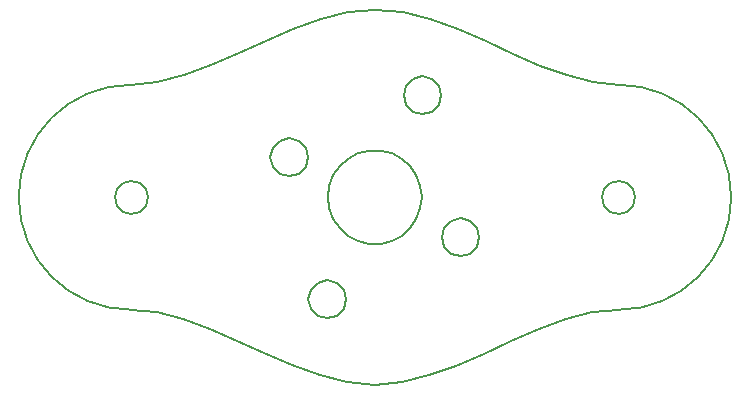
<source format=gbr>
G04 DipTrace 3.0.0.1*
G04 BoardOutline.gbr*
%MOIN*%
G04 #@! TF.FileFunction,Profile*
G04 #@! TF.Part,Single*
%ADD11C,0.005512*%
%FSLAX26Y26*%
G04*
G70*
G90*
G75*
G01*
G04 BoardOutline*
%LPD*%
X2394016Y1394016D2*
D11*
G02X2394016Y644016I-13J-375000D01*
G01*
X2306549Y635315D1*
X2217533Y612008D1*
X2127257Y578307D1*
X2035997Y538451D1*
X1944029Y496627D1*
X1853320Y457717D1*
X1762480Y424987D1*
X1671785Y402428D1*
X1581509Y394016D1*
X1489593Y402717D1*
X1397244Y426024D1*
X1304751Y459724D1*
X1212402Y499580D1*
X1120486Y541404D1*
X1030892Y580315D1*
X942283Y613045D1*
X854895Y635604D1*
X769016Y644016D1*
G02X769003Y1394016I0J375000D01*
G01*
X856470Y1402717D1*
X945486Y1426024D1*
X1035761Y1459724D1*
X1127021Y1499580D1*
X1218990Y1541404D1*
X1309698Y1580315D1*
X1400538Y1613045D1*
X1491234Y1635604D1*
X1581509Y1644016D1*
X1673425Y1635315D1*
X1765774Y1612008D1*
X1858268Y1578307D1*
X1950617Y1538451D1*
X2042533Y1496627D1*
X2132126Y1457717D1*
X2220735Y1424987D1*
X2308123Y1402428D1*
X2394016Y1394016D1*
X2449514Y1019016D2*
X2442076Y991266D1*
X2421761Y970952D1*
X2394010Y963517D1*
X2366260Y970952D1*
X2345944Y991265D1*
X2338505Y1019014D1*
X2345943Y1046766D1*
X2366259Y1067079D1*
X2394010Y1074514D1*
X2421761Y1067079D1*
X2442078Y1046765D1*
X2449516Y1019014D1*
X824514Y1019016D2*
X817076Y991266D1*
X796761Y970953D1*
X769010Y963517D1*
X741260Y970952D1*
X720944Y991265D1*
X713505Y1019014D1*
X720943Y1046766D1*
X741259Y1067079D1*
X769010Y1074514D1*
X796761Y1067079D1*
X817078Y1046765D1*
X824516Y1019014D1*
X1486024Y679147D2*
X1477585Y647651D1*
X1454528Y624594D1*
X1423033Y616155D1*
X1391537Y624594D1*
X1368480Y647650D1*
X1360041Y679146D1*
X1368479Y710643D1*
X1391536Y733700D1*
X1423033Y742139D1*
X1454529Y733699D1*
X1477586Y710642D1*
X1486025Y679146D1*
X1359055Y1152126D2*
X1350616Y1120630D1*
X1327560Y1097573D1*
X1296064Y1089134D1*
X1264568Y1097573D1*
X1241512Y1120629D1*
X1233072Y1152125D1*
X1241511Y1183622D1*
X1264568Y1206679D1*
X1296064Y1215118D1*
X1327561Y1206678D1*
X1350617Y1183621D1*
X1359056Y1152125D1*
X1802979Y1358885D2*
X1794540Y1327389D1*
X1771484Y1304332D1*
X1739988Y1295892D1*
X1708492Y1304331D1*
X1685436Y1327388D1*
X1676996Y1358883D1*
X1685435Y1390381D1*
X1708492Y1413438D1*
X1739988Y1421877D1*
X1771484Y1413437D1*
X1794541Y1390380D1*
X1802980Y1358883D1*
X1929948Y885906D2*
X1921509Y854410D1*
X1898452Y831353D1*
X1866957Y822913D1*
X1835461Y831352D1*
X1812404Y854409D1*
X1803965Y885904D1*
X1812403Y917402D1*
X1835460Y940459D1*
X1866957Y948898D1*
X1898453Y940458D1*
X1921510Y917401D1*
X1929949Y885904D1*
X1737756Y1019016D2*
X1733216Y981624D1*
X1719859Y946405D1*
X1698462Y915405D1*
X1670268Y890427D1*
X1636916Y872923D1*
X1600344Y863908D1*
X1562677D1*
X1526105Y872922D1*
X1492753Y890427D1*
X1464558Y915404D1*
X1443161Y946403D1*
X1429804Y981622D1*
X1425264Y1019014D1*
X1429803Y1056408D1*
X1443160Y1091627D1*
X1464557Y1122627D1*
X1492752Y1147605D1*
X1526104Y1165109D1*
X1562677Y1174123D1*
X1600344D1*
X1636917Y1165109D1*
X1670269Y1147604D1*
X1698463Y1122626D1*
X1719860Y1091626D1*
X1733217Y1056407D1*
X1737757Y1019014D1*
M02*

</source>
